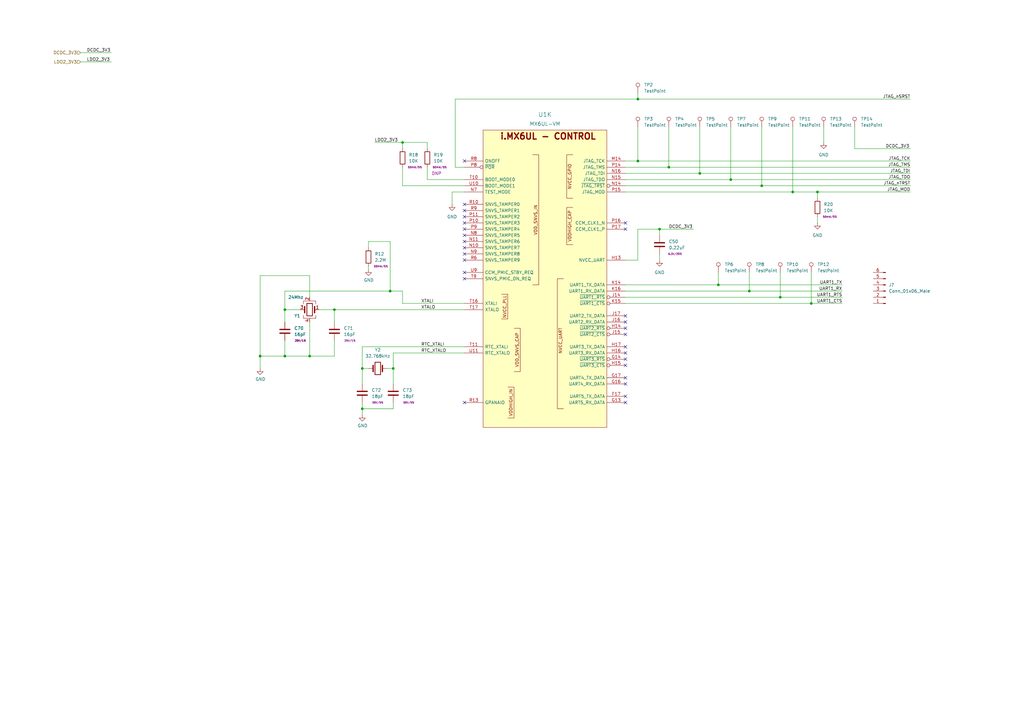
<source format=kicad_sch>
(kicad_sch (version 20211123) (generator eeschema)
  (paper "A3")
  (lib_symbols
    (symbol "Connector:Conn_01x06_Male" (pin_names (offset 1.016) hide)
      (property "Reference" "J" (at 0 7.62 0))
      (property "Value" "Conn_01x06_Male" (at 0 -10.16 0))
      (symbol "Conn_01x06_Male_1_1"
        (polyline (pts (xy 1.27 -7.62) (xy 0.8636 -7.62)) (stroke (width 0.1524)))
        (polyline (pts (xy 1.27 -5.08) (xy 0.8636 -5.08)) (stroke (width 0.1524)))
        (polyline (pts (xy 1.27 -2.54) (xy 0.8636 -2.54)) (stroke (width 0.1524)))
        (polyline (pts (xy 1.27 0) (xy 0.8636 0)) (stroke (width 0.1524)))
        (polyline (pts (xy 1.27 2.54) (xy 0.8636 2.54)) (stroke (width 0.1524)))
        (polyline (pts (xy 1.27 5.08) (xy 0.8636 5.08)) (stroke (width 0.1524)))
        (rectangle (start 0.8636 -7.493) (end 0 -7.747) (stroke (width 0.1524)) (fill (type outline)))
        (rectangle (start 0.8636 -4.953) (end 0 -5.207) (stroke (width 0.1524)) (fill (type outline)))
        (rectangle (start 0.8636 -2.413) (end 0 -2.667) (stroke (width 0.1524)) (fill (type outline)))
        (rectangle (start 0.8636 0.127) (end 0 -0.127) (stroke (width 0.1524)) (fill (type outline)))
        (rectangle (start 0.8636 2.667) (end 0 2.413) (stroke (width 0.1524)) (fill (type outline)))
        (rectangle (start 0.8636 5.207) (end 0 4.953) (stroke (width 0.1524)) (fill (type outline)))
        (pin passive line (at 5.08 5.08 180) (length 3.81) (name "Pin_1") (number "1"))
        (pin passive line (at 5.08 2.54 180) (length 3.81) (name "Pin_2") (number "2"))
        (pin passive line (at 5.08 0 180) (length 3.81) (name "Pin_3") (number "3"))
        (pin passive line (at 5.08 -2.54 180) (length 3.81) (name "Pin_4") (number "4"))
        (pin passive line (at 5.08 -5.08 180) (length 3.81) (name "Pin_5") (number "5"))
        (pin passive line (at 5.08 -7.62 180) (length 3.81) (name "Pin_6") (number "6"))
      )
    )
    (symbol "Connector:TestPoint" (pin_numbers hide) (pin_names (offset 0.762) hide)
      (property "Reference" "TP" (at 0 6.858 0))
      (property "Value" "TestPoint" (at 0 5.08 0))
      (symbol "TestPoint_0_1"
        (circle (center 0 3.302) (radius 0.762))
      )
      (symbol "TestPoint_1_1"
        (pin passive line (at 0 0 90) (length 2.54) (name "1") (number "1"))
      )
    )
    (symbol "Device:C" (pin_numbers hide) (pin_names (offset 0.254))
      (property "Reference" "C" (at 0.635 2.54 0))
      (property "Value" "C" (at 0.635 -2.54 0))
      (symbol "C_0_1"
        (polyline (pts (xy -2.032 -0.762) (xy 2.032 -0.762)) (stroke (width 0.508)))
        (polyline (pts (xy -2.032 0.762) (xy 2.032 0.762)) (stroke (width 0.508)))
      )
      (symbol "C_1_1"
        (pin passive line (at 0 3.81 270) (length 2.794) (name "~") (number "1"))
        (pin passive line (at 0 -3.81 90) (length 2.794) (name "~") (number "2"))
      )
    )
    (symbol "Device:Crystal" (pin_numbers hide) (pin_names (offset 1.016) hide)
      (property "Reference" "Y" (at 0 3.81 0))
      (property "Value" "Crystal" (at 0 -3.81 0))
      (symbol "Crystal_0_1"
        (rectangle (start -1.143 2.54) (end 1.143 -2.54) (stroke (width 0.3048)))
        (polyline (pts (xy -2.54 0) (xy -1.905 0)))
        (polyline (pts (xy -1.905 -1.27) (xy -1.905 1.27)) (stroke (width 0.508)))
        (polyline (pts (xy 1.905 -1.27) (xy 1.905 1.27)) (stroke (width 0.508)))
        (polyline (pts (xy 2.54 0) (xy 1.905 0)))
      )
      (symbol "Crystal_1_1"
        (pin passive line (at -3.81 0 0) (length 1.27) (name "1") (number "1"))
        (pin passive line (at 3.81 0 180) (length 1.27) (name "2") (number "2"))
      )
    )
    (symbol "Device:Crystal_GND24" (pin_names (offset 1.016) hide)
      (property "Reference" "Y" (at 3.175 5.08 0))
      (property "Value" "Crystal_GND24" (at 3.175 3.175 0))
      (symbol "Crystal_GND24_0_1"
        (rectangle (start -1.143 2.54) (end 1.143 -2.54) (stroke (width 0.3048)))
        (polyline (pts (xy -2.54 0) (xy -2.032 0)))
        (polyline (pts (xy -2.032 -1.27) (xy -2.032 1.27)) (stroke (width 0.508)))
        (polyline (pts (xy 0 -3.81) (xy 0 -3.556)))
        (polyline (pts (xy 0 3.556) (xy 0 3.81)))
        (polyline (pts (xy 2.032 -1.27) (xy 2.032 1.27)) (stroke (width 0.508)))
        (polyline (pts (xy 2.032 0) (xy 2.54 0)))
        (polyline (pts (xy -2.54 -2.286) (xy -2.54 -3.556) (xy 2.54 -3.556) (xy 2.54 -2.286)))
        (polyline (pts (xy -2.54 2.286) (xy -2.54 3.556) (xy 2.54 3.556) (xy 2.54 2.286)))
      )
      (symbol "Crystal_GND24_1_1"
        (pin passive line (at -3.81 0 0) (length 1.27) (name "1") (number "1"))
        (pin passive line (at 0 5.08 270) (length 1.27) (name "2") (number "2"))
        (pin passive line (at 3.81 0 180) (length 1.27) (name "3") (number "3"))
        (pin passive line (at 0 -5.08 90) (length 1.27) (name "4") (number "4"))
      )
    )
    (symbol "Device:R" (pin_numbers hide) (pin_names (offset 0))
      (property "Reference" "R" (at 2.032 0 90))
      (property "Value" "R" (at 0 0 90))
      (symbol "R_0_1"
        (rectangle (start -1.016 -2.54) (end 1.016 2.54) (stroke (width 0.254)))
      )
      (symbol "R_1_1"
        (pin passive line (at 0 3.81 270) (length 1.27) (name "~") (number "1"))
        (pin passive line (at 0 -3.81 90) (length 1.27) (name "~") (number "2"))
      )
    )
    (symbol "imx6ull-sbc:MX6UL-VM" (pin_names (offset 0.762))
      (property "Reference" "U" (at 7.62 5.08 0))
      (property "Value" "MX6UL-VM" (at -5.08 5.08 0))
      (symbol "MX6UL-VM_1_0"
        (text "i.MX6UL - POWER" (at 0 -2.54 0) (effects (font (size 2.54 2.54) bold)))
      )
      (symbol "MX6UL-VM_1_1"
        (rectangle (start -25.4 0) (end 25.4 -132.08) (fill (type background)))
        (pin power_in line (at -33.02 -68.58 0) (length 7.62) (name "VSS1") (number "A1"))
        (pin power_in line (at -33.02 -71.12 0) (length 7.62) (name "VSS2") (number "A17"))
        (pin power_in line (at -33.02 -78.74 0) (length 7.62) (name "VSS5") (number "C11"))
        (pin power_in line (at -33.02 -81.28 0) (length 7.62) (name "VSS6") (number "C15"))
        (pin power_in line (at -33.02 -73.66 0) (length 7.62) (name "VSS3") (number "C3"))
        (pin power_in line (at -33.02 -76.2 0) (length 7.62) (name "VSS4") (number "C7"))
        (pin power_in line (at -33.02 -86.36 0) (length 7.62) (name "VSS8") (number "E11"))
        (pin power_in line (at -33.02 -83.82 0) (length 7.62) (name "VSS7") (number "E8"))
        (pin power_in line (at -33.02 -99.06 0) (length 7.62) (name "VSS13") (number "F10"))
        (pin power_in line (at -33.02 -101.6 0) (length 7.62) (name "VSS14") (number "F11"))
        (pin power_in line (at -33.02 -104.14 0) (length 7.62) (name "VSS15") (number "F12"))
        (pin power_in line (at -33.02 -88.9 0) (length 7.62) (name "VSS9") (number "F6"))
        (pin power_in line (at -33.02 -91.44 0) (length 7.62) (name "VSS10") (number "F7"))
        (pin power_in line (at -33.02 -93.98 0) (length 7.62) (name "VSS11") (number "F8"))
        (pin power_in line (at -33.02 -96.52 0) (length 7.62) (name "VSS12") (number "F9"))
        (pin passive line (at 33.02 -10.16 180) (length 7.62) (name "VDD_ARM_CAP2") (number "G10"))
        (pin passive line (at 33.02 -12.7 180) (length 7.62) (name "VDD_ARM_CAP3") (number "G11"))
        (pin power_in line (at -33.02 -114.3 0) (length 7.62) (name "VSS19") (number "G12"))
        (pin power_in line (at -33.02 -116.84 0) (length 7.62) (name "VSS20") (number "G15"))
        (pin power_in line (at -33.02 -106.68 0) (length 7.62) (name "VSS16") (number "G3"))
        (pin power_in line (at -33.02 -109.22 0) (length 7.62) (name "VSS17") (number "G5"))
        (pin power_in line (at -33.02 -111.76 0) (length 7.62) (name "VSS18") (number "G7"))
        (pin power_out line (at 33.02 -20.32 180) (length 7.62) (name "VDD_SOC_CAP1") (number "G8"))
        (pin power_out line (at 33.02 -7.62 180) (length 7.62) (name "VDD_ARM_CAP1") (number "G9"))
        (pin power_in line (at -33.02 -15.24 0) (length 7.62) (name "VDD_SOC_IN2") (number "H10"))
        (pin passive line (at 33.02 -15.24 180) (length 7.62) (name "VDD_ARM_CAP4") (number "H11"))
        (pin power_in line (at -33.02 -121.92 0) (length 7.62) (name "VSS22") (number "H12"))
        (pin power_in line (at -33.02 -119.38 0) (length 7.62) (name "VSS21") (number "H7"))
        (pin passive line (at 33.02 -22.86 180) (length 7.62) (name "VDD_SOC_CAP2") (number "H8"))
        (pin power_in line (at -33.02 -12.7 0) (length 7.62) (name "VDD_SOC_IN1") (number "H9"))
        (pin power_in line (at -33.02 -20.32 0) (length 7.62) (name "VDD_SOC_IN4") (number "J10"))
        (pin passive line (at 33.02 -27.94 180) (length 7.62) (name "VDD_SOC_CAP4") (number "J11"))
        (pin power_in line (at 33.02 -121.92 180) (length 7.62) (name "VSS25") (number "J12"))
        (pin power_in line (at -33.02 -124.46 0) (length 7.62) (name "VSS23") (number "J5"))
        (pin power_in line (at 33.02 -124.46 180) (length 7.62) (name "VSS24") (number "J7"))
        (pin passive line (at 33.02 -25.4 180) (length 7.62) (name "VDD_SOC_CAP3") (number "J8"))
        (pin power_in line (at -33.02 -17.78 0) (length 7.62) (name "VDD_SOC_IN3") (number "J9"))
        (pin power_in line (at -33.02 -25.4 0) (length 7.62) (name "VDD_SOC_IN6") (number "K10"))
        (pin passive line (at 33.02 -33.02 180) (length 7.62) (name "VDD_SOC_CAP6") (number "K11"))
        (pin power_in line (at 33.02 -116.84 180) (length 7.62) (name "VSS27") (number "K12"))
        (pin power_in line (at 33.02 -119.38 180) (length 7.62) (name "VSS26") (number "K7"))
        (pin passive line (at 33.02 -30.48 180) (length 7.62) (name "VDD_SOC_CAP5") (number "K8"))
        (pin power_in line (at -33.02 -22.86 0) (length 7.62) (name "VDD_SOC_IN5") (number "K9"))
        (pin passive line (at 33.02 -40.64 180) (length 7.62) (name "VDD_SOC_CAP9") (number "L10"))
        (pin passive line (at 33.02 -43.18 180) (length 7.62) (name "VDD_SOC_CAP10") (number "L11"))
        (pin power_in line (at 33.02 -109.22 180) (length 7.62) (name "VSS30") (number "L12"))
        (pin power_in line (at 33.02 -114.3 180) (length 7.62) (name "VSS28") (number "L3"))
        (pin power_in line (at 33.02 -111.76 180) (length 7.62) (name "VSS29") (number "L7"))
        (pin passive line (at 33.02 -35.56 180) (length 7.62) (name "VDD_SOC_CAP7") (number "L8"))
        (pin passive line (at 33.02 -38.1 180) (length 7.62) (name "VDD_SOC_CAP8") (number "L9"))
        (pin power_in line (at 33.02 -99.06 180) (length 7.62) (name "VSS34") (number "M10"))
        (pin power_in line (at 33.02 -96.52 180) (length 7.62) (name "VSS35") (number "M11"))
        (pin power_in line (at -33.02 -66.04 0) (length 7.62) (name "NGND_KEL0") (number "M12"))
        (pin power_in line (at 33.02 -106.68 180) (length 7.62) (name "VSS31") (number "M7"))
        (pin power_in line (at 33.02 -104.14 180) (length 7.62) (name "VSS32") (number "M8"))
        (pin power_in line (at 33.02 -101.6 180) (length 7.62) (name "VSS33") (number "M9"))
        (pin power_out line (at 33.02 -60.96 180) (length 7.62) (name "VDD_SNVS_CAP") (number "N12"))
        (pin power_in line (at -33.02 -40.64 0) (length 7.62) (name "VDD_HIGH_IN") (number "N13"))
        (pin power_in line (at 33.02 -93.98 180) (length 7.62) (name "VSS36") (number "N3"))
        (pin power_in line (at 33.02 -91.44 180) (length 7.62) (name "VSS37") (number "N5"))
        (pin power_in line (at -33.02 -50.8 0) (length 7.62) (name "VDD_SNVS_IN") (number "P12"))
        (pin power_out line (at 33.02 -55.88 180) (length 7.62) (name "NVCC_PLL") (number "P13"))
        (pin power_in line (at 33.02 -81.28 180) (length 7.62) (name "VSS41") (number "R11"))
        (pin power_out line (at 33.02 -48.26 180) (length 7.62) (name "VDD_HIGH_CAP1") (number "R14"))
        (pin passive line (at 33.02 -50.8 180) (length 7.62) (name "VDD_HIGH_CAP2") (number "R15"))
        (pin power_in line (at 33.02 -78.74 180) (length 7.62) (name "VSS42") (number "R16"))
        (pin power_in line (at 33.02 -76.2 180) (length 7.62) (name "VSS43") (number "R17"))
        (pin power_in line (at 33.02 -88.9 180) (length 7.62) (name "VSS38") (number "R3"))
        (pin power_in line (at 33.02 -86.36 180) (length 7.62) (name "VSS39") (number "R5"))
        (pin power_in line (at 33.02 -83.82 180) (length 7.62) (name "VSS40") (number "R7"))
        (pin power_in line (at 33.02 -73.66 180) (length 7.62) (name "VSS44") (number "T14"))
        (pin power_in line (at 33.02 -71.12 180) (length 7.62) (name "VSS45") (number "U1"))
        (pin power_in line (at 33.02 -68.58 180) (length 7.62) (name "VSS46") (number "U14"))
        (pin power_in line (at 33.02 -66.04 180) (length 7.62) (name "VSS47") (number "U17"))
      )
      (symbol "MX6UL-VM_2_0"
        (text "i.MX6UL - DDR" (at -1.27 -2.54 0) (effects (font (size 2.54 2.54) bold)))
      )
      (symbol "MX6UL-VM_2_1"
        (rectangle (start -25.4 0) (end 25.4 -114.3) (fill (type background)))
        (pin output line (at 33.02 -73.66 180) (length 7.62) (name "DRAM_ODT1") (number "F1"))
        (pin output line (at -33.02 -48.26 0) (length 7.62) (name "DRAM_ADDR14") (number "G1"))
        (pin output line (at -33.02 -27.94 0) (length 7.62) (name "DRAM_ADDR06") (number "G2"))
        (pin output line (at -33.02 -91.44 0) (length 7.62) (name "DRAM_RESET") (number "G4"))
        (pin power_in line (at 33.02 -88.9 180) (length 7.62) (name "NVCC_DRAM1") (number "G6"))
        (pin output line (at -33.02 -58.42 0) (length 7.62) (name "DRAM_SDBA1") (number "H1"))
        (pin output line (at -33.02 -15.24 0) (length 7.62) (name "DRAM_ADDR01") (number "H2"))
        (pin output line (at -33.02 -45.72 0) (length 7.62) (name "DRAM_ADDR13") (number "H3"))
        (pin output line (at -33.02 -30.48 0) (length 7.62) (name "DRAM_ADDR07") (number "H4"))
        (pin output inverted (at -33.02 -68.58 0) (length 7.62) (name "~{DRAM_CS1}") (number "H5"))
        (pin power_in line (at 33.02 -91.44 180) (length 7.62) (name "NVCC_DRAM2") (number "H6"))
        (pin output inverted (at -33.02 -78.74 0) (length 7.62) (name "~{DRAM_SDWE}") (number "J1"))
        (pin output inverted (at -33.02 -76.2 0) (length 7.62) (name "~{DRAM_CAS}") (number "J2"))
        (pin output line (at 33.02 -81.28 180) (length 7.62) (name "DRAM_SDCKE1") (number "J3"))
        (pin output line (at -33.02 -33.02 0) (length 7.62) (name "DRAM_ADDR08") (number "J4"))
        (pin power_in line (at 33.02 -93.98 180) (length 7.62) (name "NVCC_DRAM3") (number "J6"))
        (pin output line (at -33.02 -17.78 0) (length 7.62) (name "DRAM_ADDR02") (number "K1"))
        (pin output line (at -33.02 -60.96 0) (length 7.62) (name "DRAM_SDBA2") (number "K2"))
        (pin output line (at -33.02 -40.64 0) (length 7.62) (name "DRAM_ADDR11") (number "K3"))
        (pin output line (at -33.02 -22.86 0) (length 7.62) (name "DRAM_ADDR04") (number "K4"))
        (pin output line (at -33.02 -50.8 0) (length 7.62) (name "DRAM_ADDR15") (number "K5"))
        (pin power_in line (at 33.02 -96.52 180) (length 7.62) (name "NVCC_DRAM4") (number "K6"))
        (pin output line (at -33.02 -25.4 0) (length 7.62) (name "DRAM_ADDR05") (number "L1"))
        (pin output line (at -33.02 -35.56 0) (length 7.62) (name "DRAM_ADDR09") (number "L2"))
        (pin output line (at -33.02 -43.18 0) (length 7.62) (name "DRAM_ADDR12") (number "L4"))
        (pin output line (at -33.02 -12.7 0) (length 7.62) (name "DRAM_ADDR00") (number "L5"))
        (pin power_in line (at 33.02 -99.06 180) (length 7.62) (name "NVCC_DRAM5") (number "L6"))
        (pin output line (at -33.02 -55.88 0) (length 7.62) (name "DRAM_SDBA0") (number "M1"))
        (pin output line (at -33.02 -20.32 0) (length 7.62) (name "DRAM_ADDR03") (number "M2"))
        (pin output line (at 33.02 -83.82 180) (length 7.62) (name "DRAM_SDCKE0") (number "M3"))
        (pin output line (at -33.02 -38.1 0) (length 7.62) (name "DRAM_ADDR10") (number "M4"))
        (pin output inverted (at -33.02 -73.66 0) (length 7.62) (name "~{DRAM_RAS}") (number "M5"))
        (pin power_in line (at 33.02 -101.6 180) (length 7.62) (name "NVCC_DRAM6") (number "M6"))
        (pin output line (at 33.02 -76.2 180) (length 7.62) (name "DRAM_ODT0") (number "N1"))
        (pin output inverted (at -33.02 -66.04 0) (length 7.62) (name "~{DRAM_CS0}") (number "N2"))
        (pin input line (at -33.02 -96.52 0) (length 7.62) (name "DRAM_ZQPAD") (number "N4"))
        (pin power_in line (at -33.02 -101.6 0) (length 7.62) (name "NVCC_DRAM_2P5") (number "N6"))
        (pin output line (at -33.02 -83.82 0) (length 7.62) (name "DRAM_SDCLK0_P") (number "P1"))
        (pin output line (at -33.02 -86.36 0) (length 7.62) (name "DRAM_SDCLK0_N") (number "P2"))
        (pin bidirectional line (at 33.02 -55.88 180) (length 7.62) (name "DRAM_DATA13") (number "P3"))
        (pin power_in line (at -33.02 -106.68 0) (length 7.62) (name "DRAM_VREF") (number "P4"))
        (pin bidirectional line (at 33.02 -53.34 180) (length 7.62) (name "DRAM_DATA12") (number "P5"))
        (pin output line (at 33.02 -33.02 180) (length 7.62) (name "DRAM_SDQS0_P") (number "P6"))
        (pin output line (at 33.02 -35.56 180) (length 7.62) (name "DRAM_SDQS0_N") (number "P7"))
        (pin bidirectional line (at 33.02 -60.96 180) (length 7.62) (name "DRAM_DATA15") (number "R1"))
        (pin bidirectional line (at 33.02 -58.42 180) (length 7.62) (name "DRAM_DATA14") (number "R2"))
        (pin bidirectional line (at 33.02 -50.8 180) (length 7.62) (name "DRAM_DATA11") (number "R4"))
        (pin output line (at 33.02 -63.5 180) (length 7.62) (name "DRAM_SDQS1_P") (number "T1"))
        (pin output line (at 33.02 -66.04 180) (length 7.62) (name "DRAM_SDQS1_N") (number "T2"))
        (pin output line (at 33.02 -68.58 180) (length 7.62) (name "DRAM_DQM1") (number "T3"))
        (pin bidirectional line (at 33.02 -12.7 180) (length 7.62) (name "DRAM_DATA00") (number "T4"))
        (pin bidirectional line (at 33.02 -27.94 180) (length 7.62) (name "DRAM_DATA06") (number "T5"))
        (pin bidirectional line (at 33.02 -17.78 180) (length 7.62) (name "DRAM_DATA02") (number "T6"))
        (pin output line (at 33.02 -38.1 180) (length 7.62) (name "DRAM_DQM0") (number "T7"))
        (pin bidirectional line (at 33.02 -25.4 180) (length 7.62) (name "DRAM_DATA05") (number "T8"))
        (pin bidirectional line (at 33.02 -43.18 180) (length 7.62) (name "DRAM_DATA08") (number "U2"))
        (pin bidirectional line (at 33.02 -45.72 180) (length 7.62) (name "DRAM_DATA09") (number "U3"))
        (pin bidirectional line (at 33.02 -30.48 180) (length 7.62) (name "DRAM_DATA07") (number "U4"))
        (pin bidirectional line (at 33.02 -48.26 180) (length 7.62) (name "DRAM_DATA10") (number "U5"))
        (pin bidirectional line (at 33.02 -15.24 180) (length 7.62) (name "DRAM_DATA01") (number "U6"))
        (pin bidirectional line (at 33.02 -20.32 180) (length 7.62) (name "DRAM_DATA03") (number "U7"))
        (pin bidirectional line (at 33.02 -22.86 180) (length 7.62) (name "DRAM_DATA04") (number "U8"))
      )
      (symbol "MX6UL-VM_3_0"
        (text "i.MX6UL - NAND" (at -2.54 -2.54 0) (effects (font (size 2.54 2.54) bold)))
        (text "NVCC_NAND" (at 8.89 -34.29 900) (effects (font (size 1.27 1.27))))
      )
      (symbol "MX6UL-VM_3_1"
        (rectangle (start -25.4 0) (end 25.4 -64.77) (fill (type background)))
        (polyline (pts (xy 10.16 -10.16) (xy 7.62 -10.16) (xy 7.62 -60.96) (xy 10.16 -60.96)))
        (pin input inverted (at 33.02 -33.02 180) (length 7.62) (name "~{NAND_READY}") (number "A3"))
        (pin input line (at 33.02 -22.86 180) (length 7.62) (name "NAND_CLE") (number "A4"))
        (pin bidirectional line (at 33.02 -58.42 180) (length 7.62) (name "NAND_DATA07") (number "A5"))
        (pin bidirectional line (at 33.02 -55.88 180) (length 7.62) (name "NAND_DATA06") (number "A6"))
        (pin bidirectional line (at 33.02 -45.72 180) (length 7.62) (name "NAND_DATA02") (number "A7"))
        (pin input line (at 33.02 -20.32 180) (length 7.62) (name "NAND_ALE") (number "B4"))
        (pin input inverted (at 33.02 -15.24 180) (length 7.62) (name "~{NAND_CE1}") (number "B5"))
        (pin bidirectional line (at 33.02 -53.34 180) (length 7.62) (name "NAND_DATA05") (number "B6"))
        (pin bidirectional line (at 33.02 -43.18 180) (length 7.62) (name "NAND_DATA01") (number "B7"))
        (pin input inverted (at 33.02 -12.7 180) (length 7.62) (name "~{NAND_CE0}") (number "C5"))
        (pin bidirectional line (at 33.02 -50.8 180) (length 7.62) (name "NAND_DATA04") (number "C6"))
        (pin input inverted (at 33.02 -27.94 180) (length 7.62) (name "~{NAND_WE}") (number "C8"))
        (pin input inverted (at 33.02 -30.48 180) (length 7.62) (name "~{NAND_WP}") (number "D5"))
        (pin bidirectional line (at 33.02 -48.26 180) (length 7.62) (name "NAND_DATA03") (number "D6"))
        (pin bidirectional line (at 33.02 -40.64 180) (length 7.62) (name "NAND_DATA00") (number "D7"))
        (pin input inverted (at 33.02 -25.4 180) (length 7.62) (name "~{NAND_RE}") (number "D8"))
        (pin input line (at 33.02 -35.56 180) (length 7.62) (name "NAND_DQS") (number "E6"))
        (pin power_in line (at -33.02 -12.7 0) (length 7.62) (name "NVCC_NAND") (number "E7"))
      )
      (symbol "MX6UL-VM_4_0"
        (text "i.MX6UL - CSI" (at -2.54 -2.54 0) (effects (font (size 2.54 2.54) bold)))
        (text "NVCC_CSI" (at 8.89 -29.21 900) (effects (font (size 1.27 1.27))))
      )
      (symbol "MX6UL-VM_4_1"
        (rectangle (start -25.4 0) (end 25.4 -55.88) (fill (type background)))
        (polyline (pts (xy 10.16 -10.16) (xy 7.62 -10.16) (xy 7.62 -48.26) (xy 8.89 -48.26) (xy 10.16 -48.26)))
        (pin bidirectional line (at 33.02 -45.72 180) (length 7.62) (name "CSI_DATA07") (number "D1"))
        (pin bidirectional line (at 33.02 -43.18 180) (length 7.62) (name "CSI_DATA06") (number "D2"))
        (pin bidirectional line (at 33.02 -40.64 180) (length 7.62) (name "CSI_DATA05") (number "D3"))
        (pin bidirectional line (at 33.02 -38.1 180) (length 7.62) (name "CSI_DATA04") (number "D4"))
        (pin bidirectional line (at 33.02 -35.56 180) (length 7.62) (name "CSI_DATA03") (number "E1"))
        (pin bidirectional line (at 33.02 -33.02 180) (length 7.62) (name "CSI_DATA02") (number "E2"))
        (pin bidirectional line (at 33.02 -30.48 180) (length 7.62) (name "CSI_DATA01") (number "E3"))
        (pin bidirectional line (at 33.02 -27.94 180) (length 7.62) (name "CSI_DATA00") (number "E4"))
        (pin input line (at 33.02 -15.24 180) (length 7.62) (name "CSI_PIXCLK") (number "E5"))
        (pin input line (at 33.02 -20.32 180) (length 7.62) (name "CSI_VSYNC") (number "F2"))
        (pin input line (at 33.02 -22.86 180) (length 7.62) (name "CSI_HSYNC") (number "F3"))
        (pin power_in line (at -33.02 -12.7 0) (length 7.62) (name "NVCC_CSI") (number "F4"))
        (pin input line (at 33.02 -12.7 180) (length 7.62) (name "CSI_MCLK") (number "F5"))
      )
      (symbol "MX6UL-VM_5_0"
        (text "i.MX6UL - GPIO" (at -2.54 -2.54 0) (effects (font (size 2.54 2.54) bold)))
        (text "NVCC_GPIO" (at 8.89 -24.13 900) (effects (font (size 1.27 1.27))))
      )
      (symbol "MX6UL-VM_5_1"
        (rectangle (start -25.4 0) (end 25.4 -46.99) (fill (type background)))
        (polyline (pts (xy 10.16 -10.16) (xy 7.62 -10.16) (xy 7.62 -38.1) (xy 8.89 -38.1) (xy 10.16 -38.1)))
        (pin power_in line (at -33.02 -12.7 0) (length 7.62) (name "NVCC_GPIO") (number "J13"))
        (pin bidirectional line (at 33.02 -12.7 180) (length 7.62) (name "GPIO1_IO00") (number "K13"))
        (pin bidirectional line (at 33.02 -27.94 180) (length 7.62) (name "GPIO1_IO06") (number "K17"))
        (pin bidirectional line (at 33.02 -17.78 180) (length 7.62) (name "GPIO1_IO02") (number "L14"))
        (pin bidirectional line (at 33.02 -15.24 180) (length 7.62) (name "GPIO1_IO01") (number "L15"))
        (pin bidirectional line (at 33.02 -30.48 180) (length 7.62) (name "GPIO1_IO07") (number "L16"))
        (pin bidirectional line (at 33.02 -20.32 180) (length 7.62) (name "GPIO1_IO03") (number "L17"))
        (pin bidirectional line (at 33.02 -35.56 180) (length 7.62) (name "GPIO1_IO09") (number "M15"))
        (pin bidirectional line (at 33.02 -22.86 180) (length 7.62) (name "GPIO1_IO04") (number "M16"))
        (pin bidirectional line (at 33.02 -25.4 180) (length 7.62) (name "GPIO1_IO05") (number "M17"))
        (pin bidirectional line (at 33.02 -33.02 180) (length 7.62) (name "GPIO1_IO08") (number "N17"))
      )
      (symbol "MX6UL-VM_6_0"
        (text "i.MX6UL - ENET" (at -2.54 -2.54 0) (effects (font (size 2.54 2.54) bold)))
        (text "NVCC_ENET" (at 6.35 -35.56 900) (effects (font (size 1.27 1.27))))
      )
      (symbol "MX6UL-VM_6_1"
        (rectangle (start -25.4 0) (end 25.4 -59.69) (fill (type background)))
        (polyline (pts (xy 7.62 -10.16) (xy 5.08 -10.16) (xy 5.08 -55.88) (xy 7.62 -55.88)))
        (pin bidirectional line (at 33.02 -35.56 180) (length 7.62) (name "ENET2_TX_DATA0") (number "A15"))
        (pin bidirectional line (at 33.02 -38.1 180) (length 7.62) (name "ENET2_TX_DATA1") (number "A16"))
        (pin bidirectional line (at 33.02 -40.64 180) (length 7.62) (name "ENET2_TX_EN") (number "B15"))
        (pin bidirectional line (at 33.02 -53.34 180) (length 7.62) (name "ENET2_RX_EN") (number "B17"))
        (pin bidirectional line (at 33.02 -48.26 180) (length 7.62) (name "ENET2_RX_DATA1") (number "C16"))
        (pin bidirectional line (at 33.02 -45.72 180) (length 7.62) (name "ENET2_RX_DATA0") (number "C17"))
        (pin bidirectional line (at 33.02 -27.94 180) (length 7.62) (name "ENET1_RX_ER") (number "D15"))
        (pin bidirectional line (at 33.02 -50.8 180) (length 7.62) (name "ENET2_RX_ER") (number "D16"))
        (pin bidirectional line (at 33.02 -43.18 180) (length 7.62) (name "ENET2_TX_CLK") (number "D17"))
        (pin bidirectional line (at 33.02 -15.24 180) (length 7.62) (name "ENET1_TX_DATA1") (number "E14"))
        (pin bidirectional line (at 33.02 -12.7 180) (length 7.62) (name "ENET1_TX_DATA0") (number "E15"))
        (pin bidirectional line (at 33.02 -30.48 180) (length 7.62) (name "ENET1_RX_EN") (number "E16"))
        (pin bidirectional line (at 33.02 -25.4 180) (length 7.62) (name "ENET1_RX_DATA1") (number "E17"))
        (pin power_in line (at -33.02 -12.7 0) (length 7.62) (name "NVCC_ENET") (number "F13"))
        (pin bidirectional line (at 33.02 -20.32 180) (length 7.62) (name "ENET1_TX_CLK") (number "F14"))
        (pin bidirectional line (at 33.02 -17.78 180) (length 7.62) (name "ENET1_TX_EN") (number "F15"))
        (pin bidirectional line (at 33.02 -22.86 180) (length 7.62) (name "ENET1_RX_DATA0") (number "F16"))
      )
      (symbol "MX6UL-VM_7_0"
        (text "i.MX6UL - LCD" (at -2.54 -2.54 0) (effects (font (size 2.54 2.54) bold)))
        (text "NVCC_LCD1" (at 8.89 -50.8 900) (effects (font (size 1.27 1.27))))
      )
      (symbol "MX6UL-VM_7_1"
        (rectangle (start -25.4 0) (end 25.4 -97.79) (fill (type background)))
        (polyline (pts (xy 10.16 -10.16) (xy 7.62 -10.16) (xy 7.62 -91.44) (xy 10.16 -91.44)))
        (pin bidirectional line (at 33.02 -45.72 180) (length 7.62) (name "LCD_DATA06") (number "A10"))
        (pin bidirectional line (at 33.02 -53.34 180) (length 7.62) (name "LCD_DATA09") (number "A11"))
        (pin bidirectional line (at 33.02 -66.04 180) (length 7.62) (name "LCD_DATA14") (number "A12"))
        (pin bidirectional line (at 33.02 -76.2 180) (length 7.62) (name "LCD_DATA18") (number "A13"))
        (pin bidirectional line (at 33.02 -86.36 180) (length 7.62) (name "LCD_DATA22") (number "A14"))
        (pin bidirectional line (at 33.02 -12.7 180) (length 7.62) (name "LCD_CLK") (number "A8"))
        (pin bidirectional line (at 33.02 -33.02 180) (length 7.62) (name "LCD_DATA01") (number "A9"))
        (pin bidirectional line (at 33.02 -43.18 180) (length 7.62) (name "LCD_DATA05") (number "B10"))
        (pin bidirectional line (at 33.02 -50.8 180) (length 7.62) (name "LCD_DATA08") (number "B11"))
        (pin bidirectional line (at 33.02 -63.5 180) (length 7.62) (name "LCD_DATA13") (number "B12"))
        (pin bidirectional line (at 33.02 -73.66 180) (length 7.62) (name "LCD_DATA17") (number "B13"))
        (pin bidirectional line (at 33.02 -83.82 180) (length 7.62) (name "LCD_DATA21") (number "B14"))
        (pin bidirectional line (at 33.02 -88.9 180) (length 7.62) (name "LCD_DATA23") (number "B16"))
        (pin bidirectional line (at 33.02 -17.78 180) (length 7.62) (name "LCD_ENABLE") (number "B8"))
        (pin bidirectional line (at 33.02 -30.48 180) (length 7.62) (name "LCD_DATA00") (number "B9"))
        (pin bidirectional line (at 33.02 -40.64 180) (length 7.62) (name "LCD_DATA04") (number "C10"))
        (pin bidirectional line (at 33.02 -60.96 180) (length 7.62) (name "LCD_DATA12") (number "C12"))
        (pin bidirectional line (at 33.02 -71.12 180) (length 7.62) (name "LCD_DATA16") (number "C13"))
        (pin bidirectional line (at 33.02 -81.28 180) (length 7.62) (name "LCD_DATA20") (number "C14"))
        (pin bidirectional line (at 33.02 -22.86 180) (length 7.62) (name "LCD_VSYNC") (number "C9"))
        (pin bidirectional line (at 33.02 -38.1 180) (length 7.62) (name "LCD_DATA03") (number "D10"))
        (pin bidirectional line (at 33.02 -48.26 180) (length 7.62) (name "LCD_DATA07") (number "D11"))
        (pin bidirectional line (at 33.02 -58.42 180) (length 7.62) (name "LCD_DATA11") (number "D12"))
        (pin bidirectional line (at 33.02 -68.58 180) (length 7.62) (name "LCD_DATA15") (number "D13"))
        (pin bidirectional line (at 33.02 -78.74 180) (length 7.62) (name "LCD_DATA19") (number "D14"))
        (pin bidirectional line (at 33.02 -20.32 180) (length 7.62) (name "LCD_HSYNC") (number "D9"))
        (pin bidirectional line (at 33.02 -35.56 180) (length 7.62) (name "LCD_DATA02") (number "E10"))
        (pin bidirectional line (at 33.02 -55.88 180) (length 7.62) (name "LCD_DATA10") (number "E12"))
        (pin power_in line (at -33.02 -12.7 0) (length 7.62) (name "NVCC_LCD") (number "E13"))
        (pin bidirectional line (at 33.02 -25.4 180) (length 7.62) (name "LCD_RESET") (number "E9"))
      )
      (symbol "MX6UL-VM_8_0"
        (text "i.MX6UL - USB" (at -2.54 -2.54 0) (effects (font (size 2.54 2.54) bold)))
      )
      (symbol "MX6UL-VM_8_1"
        (rectangle (start -25.4 0) (end 25.4 -48.26) (fill (type background)))
        (pin power_out line (at 33.02 -26.67 180) (length 7.62) (name "VDD_USB_CAP") (number "R12"))
        (pin power_in line (at -33.02 -12.7 0) (length 7.62) (name "USB_OTG1_VBUS") (number "T12"))
        (pin bidirectional line (at 33.02 -35.56 180) (length 7.62) (name "USB_OTG2_DN") (number "T13"))
        (pin bidirectional line (at 33.02 -12.7 180) (length 7.62) (name "USB_OTG1_DN") (number "T15"))
        (pin power_in line (at -33.02 -35.56 0) (length 7.62) (name "USB_OTG2_VBUS") (number "U12"))
        (pin bidirectional line (at 33.02 -38.1 180) (length 7.62) (name "USB_OTG2_DP") (number "U13"))
        (pin bidirectional line (at 33.02 -15.24 180) (length 7.62) (name "USB_OTG1_DP") (number "U15"))
        (pin bidirectional inverted (at 33.02 -17.78 180) (length 7.62) (name "~{USB_OTG1_CHD}") (number "U16"))
      )
      (symbol "MX6UL-VM_9_0"
        (text "i.MX6UL - SD" (at 0 -2.54 0) (effects (font (size 2.54 2.54) bold)))
        (text "NVCC_SD1" (at 10.16 -20.32 900) (effects (font (size 1.27 1.27))))
      )
      (symbol "MX6UL-VM_9_1"
        (rectangle (start -25.4 0) (end 25.4 -38.1) (fill (type background)))
        (polyline (pts (xy 11.43 -10.16) (xy 8.89 -10.16) (xy 8.89 -30.48) (xy 11.43 -30.48)))
        (pin bidirectional line (at 33.02 -27.94 180) (length 7.62) (name "SD1_DATA3") (number "A2"))
        (pin bidirectional line (at 33.02 -25.4 180) (length 7.62) (name "SD1_DATA2") (number "B1"))
        (pin bidirectional line (at 33.02 -22.86 180) (length 7.62) (name "SD1_DATA1") (number "B2"))
        (pin bidirectional line (at 33.02 -20.32 180) (length 7.62) (name "SD1_DATA0") (number "B3"))
        (pin bidirectional line (at 33.02 -12.7 180) (length 7.62) (name "SD1_CLK") (number "C1"))
        (pin bidirectional line (at 33.02 -15.24 180) (length 7.62) (name "SD1_CMD") (number "C2"))
        (pin power_in line (at -33.02 -12.7 0) (length 7.62) (name "NVCC_SD1") (number "C4"))
      )
      (symbol "MX6UL-VM_10_0"
        (text "i.MX6UL - ADC" (at 0 -2.54 0) (effects (font (size 2.54 2.54) bold)))
      )
      (symbol "MX6UL-VM_10_1"
        (rectangle (start -25.4 0) (end 25.4 -38.1) (fill (type background)))
        (pin power_in line (at -33.02 -12.7 0) (length 7.62) (name "VDDA_ADC_3P3") (number "L13"))
        (pin power_in line (at -33.02 -22.86 0) (length 7.62) (name "ADC_VREFH") (number "M13"))
      )
      (symbol "MX6UL-VM_11_0"
        (polyline (pts (xy -17.78 -67.31) (xy -15.24 -67.31) (xy -15.24 -77.47) (xy -17.78 -77.47)))
        (polyline (pts (xy -15.24 -105.41) (xy -12.7 -105.41) (xy -12.7 -118.11) (xy -15.24 -118.11)))
        (polyline (pts (xy -12.7 -81.28) (xy -10.16 -81.28) (xy -10.16 -99.06) (xy -12.7 -99.06)))
        (polyline (pts (xy -5.08 -10.16) (xy -2.54 -10.16) (xy -2.54 -63.5) (xy -5.08 -63.5)))
        (polyline (pts (xy 7.62 -60.96) (xy 5.08 -60.96) (xy 5.08 -114.3) (xy 7.62 -114.3)))
        (text "i.MX6UL - CONTROL" (at 1.27 -2.54 0) (effects (font (size 2.54 2.54) bold)))
        (text "NVCC_GPIO" (at 10.16 -19.05 900) (effects (font (size 1.27 1.27))))
        (text "NVCC_PLL" (at -16.51 -72.39 900) (effects (font (size 1.27 1.27))))
        (text "NVCC_UART" (at 6.35 -86.36 900) (effects (font (size 1.27 1.27))))
        (text "VDD_SNVS_CAP" (at -11.43 -90.17 900) (effects (font (size 1.27 1.27))))
        (text "VDD_SNVS_IN" (at -3.81 -36.83 900) (effects (font (size 1.27 1.27))))
        (text "VDDHIGH_CAP" (at 10.16 -39.37 900) (effects (font (size 1.27 1.27))))
        (text "VDDHIGH_IN" (at -13.97 -111.76 900) (effects (font (size 1.27 1.27))))
      )
      (symbol "MX6UL-VM_11_1"
        (rectangle (start -25.4 0) (end 25.4 -121.92) (fill (type background)))
        (polyline (pts (xy 11.43 -31.75) (xy 8.89 -31.75) (xy 8.89 -46.99) (xy 10.16 -46.99) (xy 11.43 -46.99)))
        (polyline (pts (xy 11.43 -10.16) (xy 8.89 -10.16) (xy 8.89 -27.94) (xy 10.16 -27.94) (xy 11.43 -27.94)))
        (pin bidirectional line (at 33.02 -109.22 180) (length 7.62) (name "UART5_TX_DATA") (number "F17"))
        (pin bidirectional line (at 33.02 -111.76 180) (length 7.62) (name "UART5_RX_DATA") (number "G13"))
        (pin bidirectional inverted (at 33.02 -93.98 180) (length 7.62) (name "~{UART3_RTS}") (number "G14"))
        (pin bidirectional line (at 33.02 -104.14 180) (length 7.62) (name "UART4_RX_DATA") (number "G16"))
        (pin bidirectional line (at 33.02 -101.6 180) (length 7.62) (name "UART4_TX_DATA") (number "G17"))
        (pin power_in line (at 33.02 -53.34 180) (length 7.62) (name "NVCC_UART") (number "H13"))
        (pin bidirectional inverted (at 33.02 -81.28 180) (length 7.62) (name "~{UART2_RTS}") (number "H14"))
        (pin bidirectional inverted (at 33.02 -96.52 180) (length 7.62) (name "~{UART3_CTS}") (number "H15"))
        (pin bidirectional line (at 33.02 -91.44 180) (length 7.62) (name "UART3_RX_DATA") (number "H16"))
        (pin bidirectional line (at 33.02 -88.9 180) (length 7.62) (name "UART3_TX_DATA") (number "H17"))
        (pin bidirectional inverted (at 33.02 -68.58 180) (length 7.62) (name "~{UART1_RTS}") (number "J14"))
        (pin bidirectional inverted (at 33.02 -83.82 180) (length 7.62) (name "~{UART2_CTS}") (number "J15"))
        (pin bidirectional line (at 33.02 -78.74 180) (length 7.62) (name "UART2_RX_DATA") (number "J16"))
        (pin bidirectional line (at 33.02 -76.2 180) (length 7.62) (name "UART2_TX_DATA") (number "J17"))
        (pin bidirectional line (at 33.02 -63.5 180) (length 7.62) (name "UART1_TX_DATA") (number "K14"))
        (pin bidirectional inverted (at 33.02 -71.12 180) (length 7.62) (name "~{UART1_CTS}") (number "K15"))
        (pin bidirectional line (at 33.02 -66.04 180) (length 7.62) (name "UART1_RX_DATA") (number "K16"))
        (pin bidirectional line (at 33.02 -12.7 180) (length 7.62) (name "JTAG_TCK") (number "M14"))
        (pin input line (at -33.02 -48.26 0) (length 7.62) (name "SNVS_TAMPER7") (number "N10"))
        (pin input line (at -33.02 -45.72 0) (length 7.62) (name "SNVS_TAMPER6") (number "N11"))
        (pin input inverted (at 33.02 -22.86 180) (length 7.62) (name "~{JTAG_TRST}") (number "N14"))
        (pin bidirectional line (at 33.02 -20.32 180) (length 7.62) (name "JTAG_TDO") (number "N15"))
        (pin input line (at 33.02 -17.78 180) (length 7.62) (name "JTAG_TDI") (number "N16"))
        (pin input line (at -33.02 -25.4 0) (length 7.62) (name "TEST_MODE") (number "N7"))
        (pin input line (at -33.02 -43.18 0) (length 7.62) (name "SNVS_TAMPER5") (number "N8"))
        (pin input line (at -33.02 -50.8 0) (length 7.62) (name "SNVS_TAMPER8") (number "N9"))
        (pin input line (at -33.02 -38.1 0) (length 7.62) (name "SNVS_TAMPER3") (number "P10"))
        (pin input line (at -33.02 -35.56 0) (length 7.62) (name "SNVS_TAMPER2") (number "P11"))
        (pin bidirectional line (at 33.02 -15.24 180) (length 7.62) (name "JTAG_TMS") (number "P14"))
        (pin bidirectional line (at 33.02 -25.4 180) (length 7.62) (name "JTAG_MOD") (number "P15"))
        (pin bidirectional line (at 33.02 -38.1 180) (length 7.62) (name "CCM_CLK1_N") (number "P16"))
        (pin bidirectional line (at 33.02 -40.64 180) (length 7.62) (name "CCM_CLK1_P") (number "P17"))
        (pin input inverted (at -33.02 -15.24 0) (length 7.62) (name "~{POR}") (number "P8"))
        (pin input line (at -33.02 -40.64 0) (length 7.62) (name "SNVS_TAMPER4") (number "P9"))
        (pin input line (at -33.02 -30.48 0) (length 7.62) (name "SNVS_TAMPER0") (number "R10"))
        (pin power_in line (at -33.02 -111.76 0) (length 7.62) (name "GPANAIO") (number "R13"))
        (pin input line (at -33.02 -53.34 0) (length 7.62) (name "SNVS_TAMPER9") (number "R6"))
        (pin input line (at -33.02 -12.7 0) (length 7.62) (name "ONOFF") (number "R8"))
        (pin input line (at -33.02 -33.02 0) (length 7.62) (name "SNVS_TAMPER1") (number "R9"))
        (pin input line (at -33.02 -20.32 0) (length 7.62) (name "BOOT_MODE0") (number "T10"))
        (pin input line (at -33.02 -88.9 0) (length 7.62) (name "RTC_XTALI") (number "T11"))
        (pin input line (at -33.02 -71.12 0) (length 7.62) (name "XTALI") (number "T16"))
        (pin input line (at -33.02 -73.66 0) (length 7.62) (name "XTALO") (number "T17"))
        (pin input line (at -33.02 -60.96 0) (length 7.62) (name "SNVS_PMIC_ON_REQ") (number "T9"))
        (pin input line (at -33.02 -22.86 0) (length 7.62) (name "BOOT_MODE1") (number "U10"))
        (pin input line (at -33.02 -91.44 0) (length 7.62) (name "RTC_XTALO") (number "U11"))
        (pin input line (at -33.02 -58.42 0) (length 7.62) (name "CCM_PMIC_STBY_REQ") (number "U9"))
      )
    )
    (symbol "power:GND" (power) (pin_names (offset 0))
      (property "Value" "GND" (at 0 -3.81 0))
      (symbol "GND_0_1"
        (polyline (pts (xy 0 0) (xy 0 -1.27) (xy 1.27 -1.27) (xy 0 -2.54) (xy -1.27 -1.27) (xy 0 -1.27)))
      )
      (symbol "GND_1_1"
        (pin power_in line (at 0 0 270) (length 0) hide (name "GND") (number "1"))
      )
    )
  )
  (junction (at 137.16 127))
  (junction (at 325.12 78.74))
  (junction (at 106.68 146.05))
  (junction (at 116.84 127))
  (junction (at 148.59 151.13))
  (junction (at 274.32 68.58))
  (junction (at 320.04 121.92))
  (junction (at 165.1 58.42))
  (junction (at 127 146.05))
  (junction (at 160.02 119.38))
  (junction (at 307.34 119.38))
  (junction (at 116.84 146.05))
  (junction (at 270.51 93.98))
  (junction (at 335.28 78.74))
  (junction (at 161.29 151.13))
  (junction (at 299.72 73.66))
  (junction (at 287.02 71.12))
  (junction (at 261.62 66.04))
  (junction (at 332.74 124.46))
  (junction (at 261.62 40.64))
  (junction (at 148.59 167.64))
  (junction (at 312.42 76.2))
  (junction (at 294.64 116.84))
  (no_connect (at 256.54 91.44))
  (no_connect (at 256.54 93.98))
  (no_connect (at 190.5 96.52))
  (no_connect (at 190.5 93.98))
  (no_connect (at 190.5 99.06))
  (no_connect (at 190.5 101.6))
  (no_connect (at 190.5 104.14))
  (no_connect (at 190.5 66.04))
  (no_connect (at 190.5 106.68))
  (no_connect (at 190.5 111.76))
  (no_connect (at 190.5 114.3))
  (no_connect (at 190.5 83.82))
  (no_connect (at 190.5 91.44))
  (no_connect (at 190.5 88.9))
  (no_connect (at 190.5 86.36))
  (no_connect (at 256.54 142.24))
  (no_connect (at 256.54 137.16))
  (no_connect (at 256.54 134.62))
  (no_connect (at 256.54 132.08))
  (no_connect (at 256.54 129.54))
  (no_connect (at 256.54 147.32))
  (no_connect (at 256.54 144.78))
  (no_connect (at 256.54 149.86))
  (no_connect (at 256.54 157.48))
  (no_connect (at 256.54 154.94))
  (no_connect (at 256.54 165.1))
  (no_connect (at 256.54 162.56))
  (no_connect (at 190.5 165.1))
  (wire (pts (xy 332.74 124.46) (xy 345.44 124.46)))
  (wire (pts (xy 165.1 119.38) (xy 165.1 124.46)))
  (wire (pts (xy 350.52 60.96) (xy 373.38 60.96)))
  (wire (pts (xy 350.52 60.96) (xy 350.52 52.07)))
  (wire (pts (xy 161.29 167.64) (xy 161.29 165.1)))
  (wire (pts (xy 148.59 167.64) (xy 161.29 167.64)))
  (wire (pts (xy 165.1 58.42) (xy 165.1 60.96)))
  (wire (pts (xy 148.59 142.24) (xy 148.59 151.13)))
  (wire (pts (xy 151.13 99.06) (xy 160.02 99.06)))
  (wire (pts (xy 106.68 146.05) (xy 106.68 151.13)))
  (wire (pts (xy 116.84 139.7) (xy 116.84 146.05)))
  (wire (pts (xy 137.16 139.7) (xy 137.16 146.05)))
  (wire (pts (xy 148.59 165.1) (xy 148.59 167.64)))
  (wire (pts (xy 151.13 101.6) (xy 151.13 99.06)))
  (wire (pts (xy 256.54 71.12) (xy 287.02 71.12)))
  (wire (pts (xy 287.02 71.12) (xy 287.02 52.07)))
  (wire (pts (xy 307.34 119.38) (xy 307.34 111.76)))
  (wire (pts (xy 256.54 119.38) (xy 307.34 119.38)))
  (wire (pts (xy 151.13 151.13) (xy 148.59 151.13)))
  (wire (pts (xy 320.04 121.92) (xy 345.44 121.92)))
  (wire (pts (xy 175.26 73.66) (xy 175.26 68.58)))
  (wire (pts (xy 175.26 73.66) (xy 190.5 73.66)))
  (wire (pts (xy 127 132.08) (xy 127 146.05)))
  (wire (pts (xy 261.62 38.1) (xy 261.62 40.64)))
  (wire (pts (xy 33.02 21.59) (xy 45.72 21.59)))
  (wire (pts (xy 294.64 111.76) (xy 294.64 116.84)))
  (wire (pts (xy 294.64 116.84) (xy 256.54 116.84)))
  (wire (pts (xy 151.13 109.22) (xy 151.13 110.49)))
  (wire (pts (xy 256.54 76.2) (xy 312.42 76.2)))
  (wire (pts (xy 312.42 76.2) (xy 312.42 52.07)))
  (wire (pts (xy 116.84 127) (xy 123.19 127)))
  (wire (pts (xy 312.42 76.2) (xy 373.38 76.2)))
  (wire (pts (xy 137.16 127) (xy 190.5 127)))
  (wire (pts (xy 153.67 58.42) (xy 165.1 58.42)))
  (wire (pts (xy 165.1 58.42) (xy 175.26 58.42)))
  (wire (pts (xy 165.1 76.2) (xy 190.5 76.2)))
  (wire (pts (xy 165.1 68.58) (xy 165.1 76.2)))
  (wire (pts (xy 320.04 121.92) (xy 256.54 121.92)))
  (wire (pts (xy 320.04 111.76) (xy 320.04 121.92)))
  (wire (pts (xy 161.29 144.78) (xy 161.29 151.13)))
  (wire (pts (xy 158.75 151.13) (xy 161.29 151.13)))
  (wire (pts (xy 127 113.03) (xy 106.68 113.03)))
  (wire (pts (xy 337.82 52.07) (xy 337.82 58.42)))
  (wire (pts (xy 270.51 93.98) (xy 270.51 96.52)))
  (wire (pts (xy 270.51 93.98) (xy 284.48 93.98)))
  (wire (pts (xy 307.34 119.38) (xy 345.44 119.38)))
  (wire (pts (xy 116.84 119.38) (xy 160.02 119.38)))
  (wire (pts (xy 127 146.05) (xy 116.84 146.05)))
  (wire (pts (xy 116.84 146.05) (xy 106.68 146.05)))
  (wire (pts (xy 130.81 127) (xy 137.16 127)))
  (wire (pts (xy 261.62 66.04) (xy 373.38 66.04)))
  (wire (pts (xy 160.02 99.06) (xy 160.02 119.38)))
  (wire (pts (xy 185.42 83.82) (xy 185.42 78.74)))
  (wire (pts (xy 185.42 78.74) (xy 190.5 78.74)))
  (wire (pts (xy 256.54 124.46) (xy 332.74 124.46)))
  (wire (pts (xy 332.74 124.46) (xy 332.74 111.76)))
  (wire (pts (xy 270.51 104.14) (xy 270.51 106.68)))
  (wire (pts (xy 137.16 127) (xy 137.16 132.08)))
  (wire (pts (xy 287.02 71.12) (xy 373.38 71.12)))
  (wire (pts (xy 106.68 113.03) (xy 106.68 146.05)))
  (wire (pts (xy 160.02 119.38) (xy 165.1 119.38)))
  (wire (pts (xy 137.16 146.05) (xy 127 146.05)))
  (wire (pts (xy 161.29 151.13) (xy 161.29 157.48)))
  (wire (pts (xy 274.32 68.58) (xy 373.38 68.58)))
  (wire (pts (xy 256.54 73.66) (xy 299.72 73.66)))
  (wire (pts (xy 299.72 73.66) (xy 299.72 52.07)))
  (wire (pts (xy 175.26 58.42) (xy 175.26 60.96)))
  (wire (pts (xy 261.62 40.64) (xy 186.69 40.64)))
  (wire (pts (xy 186.69 40.64) (xy 186.69 68.58)))
  (wire (pts (xy 186.69 68.58) (xy 190.5 68.58)))
  (wire (pts (xy 373.38 40.64) (xy 261.62 40.64)))
  (wire (pts (xy 190.5 142.24) (xy 148.59 142.24)))
  (wire (pts (xy 165.1 124.46) (xy 190.5 124.46)))
  (wire (pts (xy 148.59 151.13) (xy 148.59 157.48)))
  (wire (pts (xy 256.54 78.74) (xy 325.12 78.74)))
  (wire (pts (xy 325.12 78.74) (xy 325.12 52.07)))
  (wire (pts (xy 256.54 68.58) (xy 274.32 68.58)))
  (wire (pts (xy 274.32 68.58) (xy 274.32 52.07)))
  (wire (pts (xy 335.28 78.74) (xy 335.28 81.28)))
  (wire (pts (xy 127 121.92) (xy 127 113.03)))
  (wire (pts (xy 148.59 167.64) (xy 148.59 170.18)))
  (wire (pts (xy 256.54 66.04) (xy 261.62 66.04)))
  (wire (pts (xy 261.62 66.04) (xy 261.62 52.07)))
  (wire (pts (xy 116.84 127) (xy 116.84 132.08)))
  (wire (pts (xy 261.62 106.68) (xy 256.54 106.68)))
  (wire (pts (xy 261.62 93.98) (xy 261.62 106.68)))
  (wire (pts (xy 270.51 93.98) (xy 261.62 93.98)))
  (wire (pts (xy 33.02 25.4) (xy 45.72 25.4)))
  (wire (pts (xy 299.72 73.66) (xy 373.38 73.66)))
  (wire (pts (xy 335.28 78.74) (xy 373.38 78.74)))
  (wire (pts (xy 325.12 78.74) (xy 335.28 78.74)))
  (wire (pts (xy 294.64 116.84) (xy 345.44 116.84)))
  (wire (pts (xy 190.5 144.78) (xy 161.29 144.78)))
  (wire (pts (xy 335.28 88.9) (xy 335.28 91.44)))
  (wire (pts (xy 116.84 127) (xy 116.84 119.38)))
  (label "XTALO" (at 172.72 127 0))
  (label "RTC_XTALI" (at 172.72 142.24 0))
  (label "JTAG_TMS" (at 373.38 68.58 180))
  (label "JTAG_nTRST" (at 373.38 76.2 180))
  (label "JTAG_nSRST" (at 373.38 40.64 180))
  (label "UART1_RTS" (at 345.44 121.92 180))
  (label "DCDC_3V3" (at 363.22 60.96 0))
  (label "UART1_TX" (at 345.44 116.84 180))
  (label "XTALI" (at 172.72 124.46 0))
  (label "LDO2_3V3" (at 153.67 58.42 0))
  (label "UART1_RX" (at 345.44 119.38 180))
  (label "JTAG_TCK" (at 373.38 66.04 180))
  (label "JTAG_TDO" (at 373.38 73.66 180))
  (label "JTAG_TDI" (at 373.38 71.12 180))
  (label "UART1_CTS" (at 345.44 124.46 180))
  (label "DCDC_3V3" (at 274.32 93.98 0))
  (label "RTC_XTALO" (at 172.72 144.78 0))
  (label "JTAG_MOD" (at 373.38 78.74 180))
  (label "DCDC_3V3" (at 35.56 21.59 0))
  (label "LDO2_3V3" (at 35.56 25.4 0))
  (hierarchical_label "LDO2_3V3" (shape input) (at 33.02 25.4 180))
  (hierarchical_label "DCDC_3V3" (shape input) (at 33.02 21.59 180))
  (symbol (lib_id "Device:R") (at 151.13 105.41 0) (unit 1)
    (property "Reference" "R12" (at 153.67 104.1399 0) (effects (justify left)))
    (property "Value" "2.2M" (at 153.67 106.6799 0) (effects (justify left)))
    (property "Footprint" "Resistor_SMD:R_0402_1005Metric" (effects hide))
    (property "Rating" "50mW/5%" (at 156.21 109.22 0) (effects (font (size 0.762 0.762))))
  )
  (symbol (lib_id "Connector:TestPoint") (at 287.02 52.07 0) (unit 1)
    (property "Reference" "TP5" (at 289.56 48.7679 0) (effects (justify left)))
    (property "Value" "TestPoint" (at 289.56 51.3079 0) (effects (justify left)))
    (property "Footprint" "TestPoint:TestPoint_Pad_D1.0mm" (effects hide))
  )
  (symbol (lib_id "power:GND") (at 185.42 83.82 0) (unit 1)
    (property "Reference" "#PWR0158" (effects hide))
    (property "Value" "GND" (at 185.42 88.9 0))
  )
  (symbol (lib_id "Connector:TestPoint") (at 274.32 52.07 0) (unit 1)
    (property "Reference" "TP4" (at 276.86 48.7679 0) (effects (justify left)))
    (property "Value" "TestPoint" (at 276.86 51.3079 0) (effects (justify left)))
    (property "Footprint" "TestPoint:TestPoint_Pad_D1.0mm" (effects hide))
  )
  (symbol (lib_id "Device:C") (at 270.51 100.33 0) (unit 1)
    (property "Reference" "C50" (at 274.32 99.0599 0) (effects (justify left)))
    (property "Value" "0.22uF" (at 274.32 101.5999 0) (effects (justify left)))
    (property "Footprint" "Capacitor_SMD:C_0402_1005Metric" (effects hide))
    (property "Rating" "6.3V/20%" (at 276.86 104.14 0) (effects (font (size 0.762 0.762))))
  )
  (symbol (lib_id "power:GND") (at 270.51 106.68 0) (unit 1)
    (property "Reference" "#PWR0161" (effects hide))
    (property "Value" "GND" (at 270.51 111.76 0))
  )
  (symbol (lib_id "Device:C") (at 161.29 161.29 0) (unit 1)
    (property "Reference" "C73" (at 165.1 160.0199 0) (effects (justify left)))
    (property "Value" "18pF" (at 165.1 162.5599 0) (effects (justify left)))
    (property "Footprint" "Capacitor_SMD:C_0402_1005Metric" (effects hide))
    (property "Rating" "50V/5%" (at 167.64 165.1 0) (effects (font (size 0.762 0.762))))
  )
  (symbol (lib_id "Connector:TestPoint") (at 350.52 52.07 0) (unit 1)
    (property "Reference" "TP14" (at 353.06 48.7679 0) (effects (justify left)))
    (property "Value" "TestPoint" (at 353.06 51.3079 0) (effects (justify left)))
    (property "Footprint" "TestPoint:TestPoint_Pad_D1.0mm" (effects hide))
  )
  (symbol (lib_id "Device:C") (at 137.16 135.89 0) (unit 1)
    (property "Reference" "C71" (at 140.97 134.6199 0) (effects (justify left)))
    (property "Value" "16pF" (at 140.97 137.1599 0) (effects (justify left)))
    (property "Footprint" "Capacitor_SMD:C_0402_1005Metric" (effects hide))
    (property "Rating" "25V/1%" (at 143.51 139.7 0) (effects (font (size 0.762 0.762))))
  )
  (symbol (lib_id "Connector:TestPoint") (at 294.64 111.76 0) (unit 1)
    (property "Reference" "TP6" (at 297.18 108.4579 0) (effects (justify left)))
    (property "Value" "TestPoint" (at 297.18 110.9979 0) (effects (justify left)))
    (property "Footprint" "TestPoint:TestPoint_Pad_D1.0mm" (effects hide))
  )
  (symbol (lib_id "Connector:TestPoint") (at 261.62 52.07 0) (unit 1)
    (property "Reference" "TP3" (at 264.16 48.7679 0) (effects (justify left)))
    (property "Value" "TestPoint" (at 264.16 51.3079 0) (effects (justify left)))
    (property "Footprint" "TestPoint:TestPoint_Pad_D1.0mm" (effects hide))
  )
  (symbol (lib_id "Connector:TestPoint") (at 261.62 38.1 0) (unit 1)
    (property "Reference" "TP2" (at 264.16 34.7979 0) (effects (justify left)))
    (property "Value" "TestPoint" (at 264.16 37.3379 0) (effects (justify left)))
    (property "Footprint" "TestPoint:TestPoint_Pad_D1.0mm" (effects hide))
  )
  (symbol (lib_id "Device:Crystal") (at 154.94 151.13 0) (unit 1)
    (property "Reference" "Y2" (at 154.94 143.51 0))
    (property "Value" "32.768kHz" (at 154.94 146.05 0))
    (property "Footprint" "Crystal:Crystal_SMD_3215-2Pin_3.2x1.5mm" (effects hide))
    (property "MPN" "FC-135 32.7680KA-A0" (effects hide))
  )
  (symbol (lib_id "Connector:TestPoint") (at 320.04 111.76 0) (unit 1)
    (property "Reference" "TP10" (at 322.58 108.4579 0) (effects (justify left)))
    (property "Value" "TestPoint" (at 322.58 110.9979 0) (effects (justify left)))
    (property "Footprint" "TestPoint:TestPoint_Pad_D1.0mm" (effects hide))
  )
  (symbol (lib_id "Connector:TestPoint") (at 325.12 52.07 0) (unit 1)
    (property "Reference" "TP11" (at 327.66 48.7679 0) (effects (justify left)))
    (property "Value" "TestPoint" (at 327.66 51.3079 0) (effects (justify left)))
    (property "Footprint" "TestPoint:TestPoint_Pad_D1.0mm" (effects hide))
  )
  (symbol (lib_id "Device:C") (at 116.84 135.89 0) (unit 1)
    (property "Reference" "C70" (at 120.65 134.6199 0) (effects (justify left)))
    (property "Value" "16pF" (at 120.65 137.1599 0) (effects (justify left)))
    (property "Footprint" "Capacitor_SMD:C_0402_1005Metric" (effects hide))
    (property "Rating" "25V/1%" (at 123.19 139.7 0) (effects (font (size 0.762 0.762))))
  )
  (symbol (lib_id "Connector:TestPoint") (at 332.74 111.76 0) (unit 1)
    (property "Reference" "TP12" (at 335.28 108.4579 0) (effects (justify left)))
    (property "Value" "TestPoint" (at 335.28 110.9979 0) (effects (justify left)))
    (property "Footprint" "TestPoint:TestPoint_Pad_D1.0mm" (effects hide))
  )
  (symbol (lib_id "Connector:TestPoint") (at 337.82 52.07 0) (unit 1)
    (property "Reference" "TP13" (at 340.36 48.7679 0) (effects (justify left)))
    (property "Value" "TestPoint" (at 340.36 51.3079 0) (effects (justify left)))
    (property "Footprint" "TestPoint:TestPoint_Pad_D1.0mm" (effects hide))
  )
  (symbol (lib_id "Device:R") (at 175.26 64.77 0) (unit 1)
    (property "Reference" "R19" (at 177.8 63.4999 0) (effects (justify left)))
    (property "Value" "10K" (at 177.8 66.0399 0) (effects (justify left)))
    (property "Footprint" "Resistor_SMD:R_0402_1005Metric" (effects hide))
    (property "Rating" "50mW/5%" (at 180.34 68.58 0) (effects (font (size 0.762 0.762))))
    (property "DNP" "DNP" (at 179.07 71.12 0))
  )
  (symbol (lib_id "Device:Crystal_GND24") (at 127 127 0) (mirror y) (unit 1)
    (property "Reference" "Y1" (at 123.19 129.5399 0) (effects (justify left)))
    (property "Value" "24Mhz" (at 124.46 121.9199 0) (effects (justify left)))
    (property "Footprint" "Crystal:Crystal_SMD_3225-4Pin_3.2x2.5mm" (effects hide))
    (property "MPN" "Q 24,0-JXS32-9-10/15-T1-FU-WA-LF" (effects hide))
  )
  (symbol (lib_id "Connector:TestPoint") (at 312.42 52.07 0) (unit 1)
    (property "Reference" "TP9" (at 314.96 48.7679 0) (effects (justify left)))
    (property "Value" "TestPoint" (at 314.96 51.3079 0) (effects (justify left)))
    (property "Footprint" "TestPoint:TestPoint_Pad_D1.0mm" (effects hide))
  )
  (symbol (lib_id "imx6ull-sbc:MX6UL-VM") (at 223.52 53.34 0) (unit 11)
    (property "Reference" "U1" (at 223.52 46.99 0) (effects (font (size 1.778 1.778))))
    (property "Value" "MX6UL-VM" (at 223.52 50.8 0) (effects (font (size 1.524 1.524))))
    (property "Footprint" "imx6ull-sbc:SOT1534-2" (effects hide))
  )
  (symbol (lib_id "power:GND") (at 335.28 91.44 0) (unit 1)
    (property "Reference" "#PWR0160" (effects hide))
    (property "Value" "GND" (at 335.28 96.52 0))
  )
  (symbol (lib_id "Connector:TestPoint") (at 307.34 111.76 0) (unit 1)
    (property "Reference" "TP8" (at 309.88 108.4579 0) (effects (justify left)))
    (property "Value" "TestPoint" (at 309.88 110.9979 0) (effects (justify left)))
    (property "Footprint" "TestPoint:TestPoint_Pad_D1.0mm" (effects hide))
  )
  (symbol (lib_id "Device:C") (at 148.59 161.29 0) (unit 1)
    (property "Reference" "C72" (at 152.4 160.0199 0) (effects (justify left)))
    (property "Value" "18pF" (at 152.4 162.5599 0) (effects (justify left)))
    (property "Footprint" "Capacitor_SMD:C_0402_1005Metric" (effects hide))
    (property "Rating" "50V/5%" (at 154.94 165.1 0) (effects (font (size 0.762 0.762))))
  )
  (symbol (lib_id "Device:R") (at 335.28 85.09 0) (unit 1)
    (property "Reference" "R20" (at 337.82 83.8199 0) (effects (justify left)))
    (property "Value" "10K" (at 337.82 86.3599 0) (effects (justify left)))
    (property "Footprint" "Resistor_SMD:R_0402_1005Metric" (effects hide))
    (property "Rating" "50mW/5%" (at 340.36 88.9 0) (effects (font (size 0.762 0.762))))
  )
  (symbol (lib_id "power:GND") (at 106.68 151.13 0) (unit 1)
    (property "Reference" "#PWR0147" (effects hide))
    (property "Value" "GND" (at 106.807 155.5242 0))
  )
  (symbol (lib_id "power:GND") (at 151.13 110.49 0) (unit 1)
    (property "Reference" "#PWR0145" (effects hide))
    (property "Value" "GND" (at 151.257 114.8842 0))
  )
  (symbol (lib_id "power:GND") (at 148.59 170.18 0) (unit 1)
    (property "Reference" "#PWR0146" (effects hide))
    (property "Value" "GND" (at 148.717 174.5742 0))
  )
  (symbol (lib_id "power:GND") (at 337.82 58.42 0) (unit 1)
    (property "Reference" "#PWR0159" (effects hide))
    (property "Value" "GND" (at 337.82 63.5 0))
  )
  (symbol (lib_id "Connector:TestPoint") (at 299.72 52.07 0) (unit 1)
    (property "Reference" "TP7" (at 302.26 48.7679 0) (effects (justify left)))
    (property "Value" "TestPoint" (at 302.26 51.3079 0) (effects (justify left)))
    (property "Footprint" "TestPoint:TestPoint_Pad_D1.0mm" (effects hide))
  )
  (symbol (lib_id "Connector:Conn_01x06_Male") (at 363.22 119.38 180) (unit 1)
    (property "Reference" "J?" (at 364.49 116.8399 0) (effects (justify right)))
    (property "Value" "Conn_01x06_Male" (at 364.49 119.3799 0) (effects (justify right)))
  )
  (symbol (lib_id "Device:R") (at 165.1 64.77 0) (unit 1)
    (property "Reference" "R18" (at 167.64 63.4999 0) (effects (justify left)))
    (property "Value" "10K" (at 167.64 66.0399 0) (effects (justify left)))
    (property "Footprint" "Resistor_SMD:R_0402_1005Metric" (effects hide))
    (property "Rating" "50mW/5%" (at 170.18 68.58 0) (effects (font (size 0.762 0.762))))
  )
)
</source>
